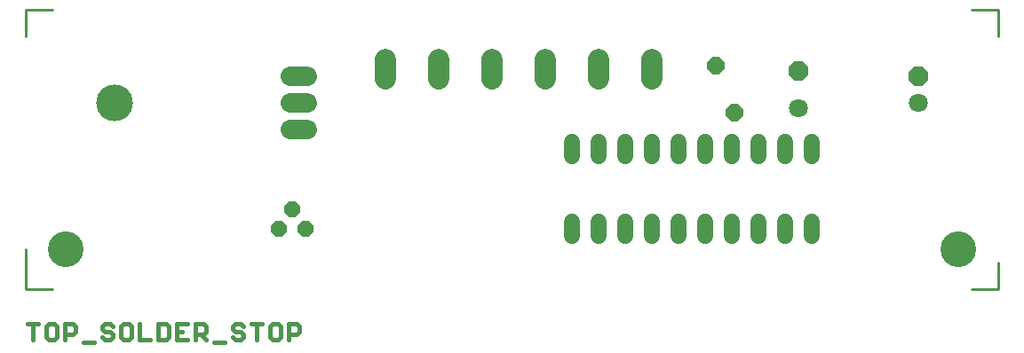
<source format=gbr>
G75*
G70*
%OFA0B0*%
%FSLAX24Y24*%
%IPPOS*%
%LPD*%
%AMOC8*
5,1,8,0,0,1.08239X$1,22.5*
%
%ADD10C,0.1340*%
%ADD11C,0.0160*%
%ADD12C,0.0100*%
%ADD13C,0.0600*%
%ADD14C,0.0740*%
%ADD15C,0.1380*%
%ADD16C,0.0135*%
%ADD17OC8,0.0710*%
%ADD18C,0.0710*%
%ADD19C,0.0785*%
%ADD20OC8,0.0600*%
D10*
X004372Y005864D03*
X037872Y005864D03*
D11*
X003153Y003045D02*
X003153Y002444D01*
X003652Y002544D02*
X003752Y002444D01*
X003952Y002444D01*
X004053Y002544D01*
X004053Y002944D01*
X003952Y003045D01*
X003752Y003045D01*
X003652Y002944D01*
X003652Y002544D01*
X004352Y002444D02*
X004352Y003045D01*
X004652Y003045D01*
X004752Y002944D01*
X004752Y002744D01*
X004652Y002644D01*
X004352Y002644D01*
X005052Y002344D02*
X005452Y002344D01*
X005751Y002544D02*
X005852Y002444D01*
X006052Y002444D01*
X006152Y002544D01*
X006152Y002644D01*
X006052Y002744D01*
X005852Y002744D01*
X005751Y002844D01*
X005751Y002944D01*
X005852Y003045D01*
X006052Y003045D01*
X006152Y002944D01*
X006451Y002944D02*
X006551Y003045D01*
X006751Y003045D01*
X006852Y002944D01*
X006852Y002544D01*
X006751Y002444D01*
X006551Y002444D01*
X006451Y002544D01*
X006451Y002944D01*
X007151Y003045D02*
X007151Y002444D01*
X007551Y002444D01*
X007851Y002444D02*
X008151Y002444D01*
X008251Y002544D01*
X008251Y002944D01*
X008151Y003045D01*
X007851Y003045D01*
X007851Y002444D01*
X008551Y002444D02*
X008951Y002444D01*
X009250Y002444D02*
X009250Y003045D01*
X009551Y003045D01*
X009651Y002944D01*
X009651Y002744D01*
X009551Y002644D01*
X009250Y002644D01*
X009450Y002644D02*
X009651Y002444D01*
X009950Y002344D02*
X010350Y002344D01*
X010650Y002544D02*
X010750Y002444D01*
X010950Y002444D01*
X011050Y002544D01*
X011050Y002644D01*
X010950Y002744D01*
X010750Y002744D01*
X010650Y002844D01*
X010650Y002944D01*
X010750Y003045D01*
X010950Y003045D01*
X011050Y002944D01*
X011350Y003045D02*
X011750Y003045D01*
X011550Y003045D02*
X011550Y002444D01*
X012049Y002544D02*
X012149Y002444D01*
X012350Y002444D01*
X012450Y002544D01*
X012450Y002944D01*
X012350Y003045D01*
X012149Y003045D01*
X012049Y002944D01*
X012049Y002544D01*
X012749Y002444D02*
X012749Y003045D01*
X013049Y003045D01*
X013149Y002944D01*
X013149Y002744D01*
X013049Y002644D01*
X012749Y002644D01*
X008951Y003045D02*
X008551Y003045D01*
X008551Y002444D01*
X008551Y002744D02*
X008751Y002744D01*
X003353Y003045D02*
X002952Y003045D01*
D12*
X002872Y004364D02*
X002872Y005864D01*
X002872Y004364D02*
X003872Y004364D01*
X002872Y013864D02*
X002872Y014864D01*
X003872Y014864D01*
X038372Y014864D02*
X039372Y014864D01*
X039372Y013864D01*
X039372Y005364D02*
X039372Y004364D01*
X038372Y004364D01*
D13*
X032372Y006354D02*
X032372Y006874D01*
X031372Y006874D02*
X031372Y006354D01*
X030372Y006354D02*
X030372Y006874D01*
X029372Y006874D02*
X029372Y006354D01*
X028372Y006354D02*
X028372Y006874D01*
X027372Y006874D02*
X027372Y006354D01*
X026372Y006354D02*
X026372Y006874D01*
X025372Y006874D02*
X025372Y006354D01*
X024372Y006354D02*
X024372Y006874D01*
X023372Y006874D02*
X023372Y006354D01*
X023372Y009354D02*
X023372Y009874D01*
X024372Y009874D02*
X024372Y009354D01*
X025372Y009354D02*
X025372Y009874D01*
X026372Y009874D02*
X026372Y009354D01*
X027372Y009354D02*
X027372Y009874D01*
X028372Y009874D02*
X028372Y009354D01*
X029372Y009354D02*
X029372Y009874D01*
X030372Y009874D02*
X030372Y009354D01*
X031372Y009354D02*
X031372Y009874D01*
X032372Y009874D02*
X032372Y009354D01*
D14*
X013452Y010364D02*
X012792Y010364D01*
X012792Y011364D02*
X013452Y011364D01*
X013452Y012364D02*
X012792Y012364D01*
D15*
X006222Y011364D03*
D16*
X028726Y012948D02*
X028658Y013016D01*
X028880Y013016D01*
X029037Y012859D01*
X029037Y012637D01*
X028880Y012480D01*
X028658Y012480D01*
X028501Y012637D01*
X028501Y012859D01*
X028658Y013016D01*
X028699Y012915D01*
X028839Y012915D01*
X028936Y012818D01*
X028936Y012678D01*
X028839Y012581D01*
X028699Y012581D01*
X028602Y012678D01*
X028602Y012818D01*
X028699Y012915D01*
X028741Y012814D01*
X028797Y012814D01*
X028835Y012776D01*
X028835Y012720D01*
X028797Y012682D01*
X028741Y012682D01*
X028703Y012720D01*
X028703Y012776D01*
X028741Y012814D01*
X029433Y011180D02*
X029365Y011248D01*
X029587Y011248D01*
X029744Y011091D01*
X029744Y010869D01*
X029587Y010712D01*
X029365Y010712D01*
X029208Y010869D01*
X029208Y011091D01*
X029365Y011248D01*
X029406Y011147D01*
X029546Y011147D01*
X029643Y011050D01*
X029643Y010910D01*
X029546Y010813D01*
X029406Y010813D01*
X029309Y010910D01*
X029309Y011050D01*
X029406Y011147D01*
X029448Y011046D01*
X029504Y011046D01*
X029542Y011008D01*
X029542Y010952D01*
X029504Y010914D01*
X029448Y010914D01*
X029410Y010952D01*
X029410Y011008D01*
X029448Y011046D01*
D17*
X031872Y012564D03*
X036372Y012364D03*
D18*
X036372Y011364D03*
X031872Y011164D03*
D19*
X026372Y012262D02*
X026372Y012967D01*
X024372Y012967D02*
X024372Y012262D01*
X022372Y012262D02*
X022372Y012967D01*
X020372Y012967D02*
X020372Y012262D01*
X018372Y012262D02*
X018372Y012967D01*
X016372Y012967D02*
X016372Y012262D01*
D20*
X012872Y007364D03*
X012372Y006614D03*
X013372Y006614D03*
M02*

</source>
